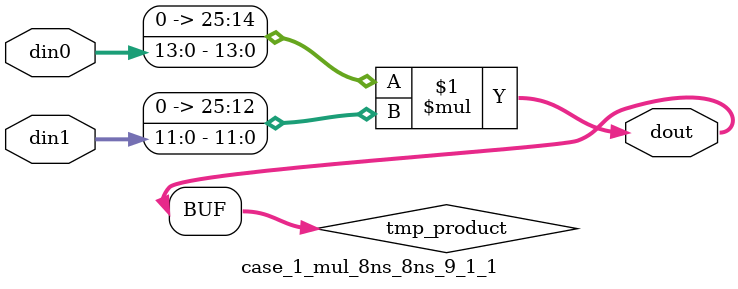
<source format=v>

`timescale 1 ns / 1 ps

 (* use_dsp = "no" *)  module case_1_mul_8ns_8ns_9_1_1(din0, din1, dout);
parameter ID = 1;
parameter NUM_STAGE = 0;
parameter din0_WIDTH = 14;
parameter din1_WIDTH = 12;
parameter dout_WIDTH = 26;

input [din0_WIDTH - 1 : 0] din0; 
input [din1_WIDTH - 1 : 0] din1; 
output [dout_WIDTH - 1 : 0] dout;

wire signed [dout_WIDTH - 1 : 0] tmp_product;
























assign tmp_product = $signed({1'b0, din0}) * $signed({1'b0, din1});











assign dout = tmp_product;





















endmodule

</source>
